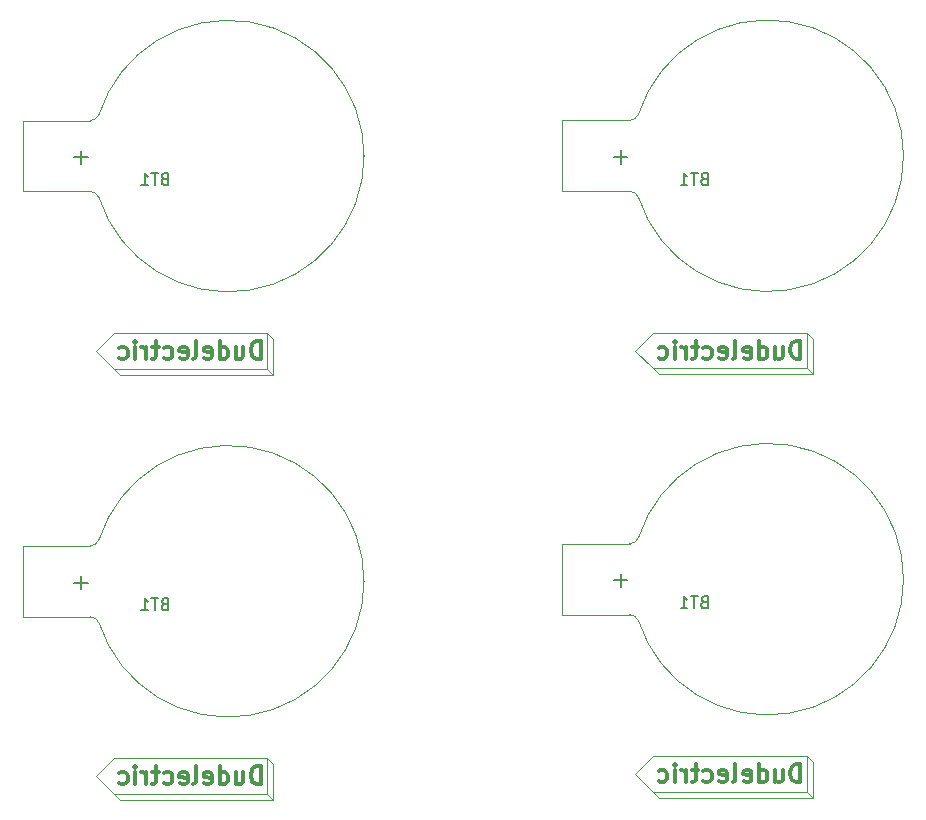
<source format=gbr>
G04 #@! TF.GenerationSoftware,KiCad,Pcbnew,(5.1.9)-1*
G04 #@! TF.CreationDate,2021-06-20T07:06:55+07:00*
G04 #@! TF.ProjectId,tally,74616c6c-792e-46b6-9963-61645f706362,rev?*
G04 #@! TF.SameCoordinates,Original*
G04 #@! TF.FileFunction,Legend,Bot*
G04 #@! TF.FilePolarity,Positive*
%FSLAX46Y46*%
G04 Gerber Fmt 4.6, Leading zero omitted, Abs format (unit mm)*
G04 Created by KiCad (PCBNEW (5.1.9)-1) date 2021-06-20 07:06:55*
%MOMM*%
%LPD*%
G01*
G04 APERTURE LIST*
%ADD10C,0.120000*%
%ADD11C,0.300000*%
%ADD12C,0.150000*%
G04 APERTURE END LIST*
D10*
X187325000Y-91025000D02*
X174825000Y-91025000D01*
X173325000Y-92525000D02*
X174825000Y-94025000D01*
X188325000Y-94525000D02*
X187825000Y-94025000D01*
X187825000Y-91025000D02*
X188325000Y-91525000D01*
X175325000Y-94525000D02*
X174825000Y-94025000D01*
X188325000Y-91525000D02*
X188325000Y-94525000D01*
X187325000Y-94025000D02*
X187825000Y-94025000D01*
X187825000Y-91025000D02*
X187325000Y-91025000D01*
X174825000Y-91025000D02*
X173325000Y-92525000D01*
X188325000Y-94525000D02*
X175325000Y-94525000D01*
X187825000Y-94025000D02*
X187825000Y-91025000D01*
X174825000Y-94025000D02*
X187325000Y-94025000D01*
D11*
X187289285Y-93203571D02*
X187289285Y-91703571D01*
X186932142Y-91703571D01*
X186717857Y-91775000D01*
X186575000Y-91917857D01*
X186503571Y-92060714D01*
X186432142Y-92346428D01*
X186432142Y-92560714D01*
X186503571Y-92846428D01*
X186575000Y-92989285D01*
X186717857Y-93132142D01*
X186932142Y-93203571D01*
X187289285Y-93203571D01*
X185146428Y-92203571D02*
X185146428Y-93203571D01*
X185789285Y-92203571D02*
X185789285Y-92989285D01*
X185717857Y-93132142D01*
X185575000Y-93203571D01*
X185360714Y-93203571D01*
X185217857Y-93132142D01*
X185146428Y-93060714D01*
X183789285Y-93203571D02*
X183789285Y-91703571D01*
X183789285Y-93132142D02*
X183932142Y-93203571D01*
X184217857Y-93203571D01*
X184360714Y-93132142D01*
X184432142Y-93060714D01*
X184503571Y-92917857D01*
X184503571Y-92489285D01*
X184432142Y-92346428D01*
X184360714Y-92275000D01*
X184217857Y-92203571D01*
X183932142Y-92203571D01*
X183789285Y-92275000D01*
X182503571Y-93132142D02*
X182646428Y-93203571D01*
X182932142Y-93203571D01*
X183075000Y-93132142D01*
X183146428Y-92989285D01*
X183146428Y-92417857D01*
X183075000Y-92275000D01*
X182932142Y-92203571D01*
X182646428Y-92203571D01*
X182503571Y-92275000D01*
X182432142Y-92417857D01*
X182432142Y-92560714D01*
X183146428Y-92703571D01*
X181575000Y-93203571D02*
X181717857Y-93132142D01*
X181789285Y-92989285D01*
X181789285Y-91703571D01*
X180432142Y-93132142D02*
X180575000Y-93203571D01*
X180860714Y-93203571D01*
X181003571Y-93132142D01*
X181075000Y-92989285D01*
X181075000Y-92417857D01*
X181003571Y-92275000D01*
X180860714Y-92203571D01*
X180575000Y-92203571D01*
X180432142Y-92275000D01*
X180360714Y-92417857D01*
X180360714Y-92560714D01*
X181075000Y-92703571D01*
X179075000Y-93132142D02*
X179217857Y-93203571D01*
X179503571Y-93203571D01*
X179646428Y-93132142D01*
X179717857Y-93060714D01*
X179789285Y-92917857D01*
X179789285Y-92489285D01*
X179717857Y-92346428D01*
X179646428Y-92275000D01*
X179503571Y-92203571D01*
X179217857Y-92203571D01*
X179075000Y-92275000D01*
X178646428Y-92203571D02*
X178075000Y-92203571D01*
X178432142Y-91703571D02*
X178432142Y-92989285D01*
X178360714Y-93132142D01*
X178217857Y-93203571D01*
X178075000Y-93203571D01*
X177575000Y-93203571D02*
X177575000Y-92203571D01*
X177575000Y-92489285D02*
X177503571Y-92346428D01*
X177432142Y-92275000D01*
X177289285Y-92203571D01*
X177146428Y-92203571D01*
X176646428Y-93203571D02*
X176646428Y-92203571D01*
X176646428Y-91703571D02*
X176717857Y-91775000D01*
X176646428Y-91846428D01*
X176575000Y-91775000D01*
X176646428Y-91703571D01*
X176646428Y-91846428D01*
X175289285Y-93132142D02*
X175432142Y-93203571D01*
X175717857Y-93203571D01*
X175860714Y-93132142D01*
X175932142Y-93060714D01*
X176003571Y-92917857D01*
X176003571Y-92489285D01*
X175932142Y-92346428D01*
X175860714Y-92275000D01*
X175717857Y-92203571D01*
X175432142Y-92203571D01*
X175289285Y-92275000D01*
D10*
X187325000Y-55025000D02*
X174825000Y-55025000D01*
X173325000Y-56525000D02*
X174825000Y-58025000D01*
X188325000Y-58525000D02*
X187825000Y-58025000D01*
X187825000Y-55025000D02*
X188325000Y-55525000D01*
X175325000Y-58525000D02*
X174825000Y-58025000D01*
X188325000Y-55525000D02*
X188325000Y-58525000D01*
X187325000Y-58025000D02*
X187825000Y-58025000D01*
X187825000Y-55025000D02*
X187325000Y-55025000D01*
X174825000Y-55025000D02*
X173325000Y-56525000D01*
X188325000Y-58525000D02*
X175325000Y-58525000D01*
X187825000Y-58025000D02*
X187825000Y-55025000D01*
X174825000Y-58025000D02*
X187325000Y-58025000D01*
D11*
X187289285Y-57203571D02*
X187289285Y-55703571D01*
X186932142Y-55703571D01*
X186717857Y-55775000D01*
X186575000Y-55917857D01*
X186503571Y-56060714D01*
X186432142Y-56346428D01*
X186432142Y-56560714D01*
X186503571Y-56846428D01*
X186575000Y-56989285D01*
X186717857Y-57132142D01*
X186932142Y-57203571D01*
X187289285Y-57203571D01*
X185146428Y-56203571D02*
X185146428Y-57203571D01*
X185789285Y-56203571D02*
X185789285Y-56989285D01*
X185717857Y-57132142D01*
X185575000Y-57203571D01*
X185360714Y-57203571D01*
X185217857Y-57132142D01*
X185146428Y-57060714D01*
X183789285Y-57203571D02*
X183789285Y-55703571D01*
X183789285Y-57132142D02*
X183932142Y-57203571D01*
X184217857Y-57203571D01*
X184360714Y-57132142D01*
X184432142Y-57060714D01*
X184503571Y-56917857D01*
X184503571Y-56489285D01*
X184432142Y-56346428D01*
X184360714Y-56275000D01*
X184217857Y-56203571D01*
X183932142Y-56203571D01*
X183789285Y-56275000D01*
X182503571Y-57132142D02*
X182646428Y-57203571D01*
X182932142Y-57203571D01*
X183075000Y-57132142D01*
X183146428Y-56989285D01*
X183146428Y-56417857D01*
X183075000Y-56275000D01*
X182932142Y-56203571D01*
X182646428Y-56203571D01*
X182503571Y-56275000D01*
X182432142Y-56417857D01*
X182432142Y-56560714D01*
X183146428Y-56703571D01*
X181575000Y-57203571D02*
X181717857Y-57132142D01*
X181789285Y-56989285D01*
X181789285Y-55703571D01*
X180432142Y-57132142D02*
X180575000Y-57203571D01*
X180860714Y-57203571D01*
X181003571Y-57132142D01*
X181075000Y-56989285D01*
X181075000Y-56417857D01*
X181003571Y-56275000D01*
X180860714Y-56203571D01*
X180575000Y-56203571D01*
X180432142Y-56275000D01*
X180360714Y-56417857D01*
X180360714Y-56560714D01*
X181075000Y-56703571D01*
X179075000Y-57132142D02*
X179217857Y-57203571D01*
X179503571Y-57203571D01*
X179646428Y-57132142D01*
X179717857Y-57060714D01*
X179789285Y-56917857D01*
X179789285Y-56489285D01*
X179717857Y-56346428D01*
X179646428Y-56275000D01*
X179503571Y-56203571D01*
X179217857Y-56203571D01*
X179075000Y-56275000D01*
X178646428Y-56203571D02*
X178075000Y-56203571D01*
X178432142Y-55703571D02*
X178432142Y-56989285D01*
X178360714Y-57132142D01*
X178217857Y-57203571D01*
X178075000Y-57203571D01*
X177575000Y-57203571D02*
X177575000Y-56203571D01*
X177575000Y-56489285D02*
X177503571Y-56346428D01*
X177432142Y-56275000D01*
X177289285Y-56203571D01*
X177146428Y-56203571D01*
X176646428Y-57203571D02*
X176646428Y-56203571D01*
X176646428Y-55703571D02*
X176717857Y-55775000D01*
X176646428Y-55846428D01*
X176575000Y-55775000D01*
X176646428Y-55703571D01*
X176646428Y-55846428D01*
X175289285Y-57132142D02*
X175432142Y-57203571D01*
X175717857Y-57203571D01*
X175860714Y-57132142D01*
X175932142Y-57060714D01*
X176003571Y-56917857D01*
X176003571Y-56489285D01*
X175932142Y-56346428D01*
X175860714Y-56275000D01*
X175717857Y-56203571D01*
X175432142Y-56203571D01*
X175289285Y-56275000D01*
D10*
X233000000Y-90850000D02*
X220500000Y-90850000D01*
X219000000Y-92350000D02*
X220500000Y-93850000D01*
X234000000Y-94350000D02*
X233500000Y-93850000D01*
X233500000Y-90850000D02*
X234000000Y-91350000D01*
X221000000Y-94350000D02*
X220500000Y-93850000D01*
X234000000Y-91350000D02*
X234000000Y-94350000D01*
X233000000Y-93850000D02*
X233500000Y-93850000D01*
X233500000Y-90850000D02*
X233000000Y-90850000D01*
X220500000Y-90850000D02*
X219000000Y-92350000D01*
X234000000Y-94350000D02*
X221000000Y-94350000D01*
X233500000Y-93850000D02*
X233500000Y-90850000D01*
X220500000Y-93850000D02*
X233000000Y-93850000D01*
D11*
X232964285Y-93028571D02*
X232964285Y-91528571D01*
X232607142Y-91528571D01*
X232392857Y-91600000D01*
X232250000Y-91742857D01*
X232178571Y-91885714D01*
X232107142Y-92171428D01*
X232107142Y-92385714D01*
X232178571Y-92671428D01*
X232250000Y-92814285D01*
X232392857Y-92957142D01*
X232607142Y-93028571D01*
X232964285Y-93028571D01*
X230821428Y-92028571D02*
X230821428Y-93028571D01*
X231464285Y-92028571D02*
X231464285Y-92814285D01*
X231392857Y-92957142D01*
X231250000Y-93028571D01*
X231035714Y-93028571D01*
X230892857Y-92957142D01*
X230821428Y-92885714D01*
X229464285Y-93028571D02*
X229464285Y-91528571D01*
X229464285Y-92957142D02*
X229607142Y-93028571D01*
X229892857Y-93028571D01*
X230035714Y-92957142D01*
X230107142Y-92885714D01*
X230178571Y-92742857D01*
X230178571Y-92314285D01*
X230107142Y-92171428D01*
X230035714Y-92100000D01*
X229892857Y-92028571D01*
X229607142Y-92028571D01*
X229464285Y-92100000D01*
X228178571Y-92957142D02*
X228321428Y-93028571D01*
X228607142Y-93028571D01*
X228750000Y-92957142D01*
X228821428Y-92814285D01*
X228821428Y-92242857D01*
X228750000Y-92100000D01*
X228607142Y-92028571D01*
X228321428Y-92028571D01*
X228178571Y-92100000D01*
X228107142Y-92242857D01*
X228107142Y-92385714D01*
X228821428Y-92528571D01*
X227250000Y-93028571D02*
X227392857Y-92957142D01*
X227464285Y-92814285D01*
X227464285Y-91528571D01*
X226107142Y-92957142D02*
X226250000Y-93028571D01*
X226535714Y-93028571D01*
X226678571Y-92957142D01*
X226750000Y-92814285D01*
X226750000Y-92242857D01*
X226678571Y-92100000D01*
X226535714Y-92028571D01*
X226250000Y-92028571D01*
X226107142Y-92100000D01*
X226035714Y-92242857D01*
X226035714Y-92385714D01*
X226750000Y-92528571D01*
X224750000Y-92957142D02*
X224892857Y-93028571D01*
X225178571Y-93028571D01*
X225321428Y-92957142D01*
X225392857Y-92885714D01*
X225464285Y-92742857D01*
X225464285Y-92314285D01*
X225392857Y-92171428D01*
X225321428Y-92100000D01*
X225178571Y-92028571D01*
X224892857Y-92028571D01*
X224750000Y-92100000D01*
X224321428Y-92028571D02*
X223750000Y-92028571D01*
X224107142Y-91528571D02*
X224107142Y-92814285D01*
X224035714Y-92957142D01*
X223892857Y-93028571D01*
X223750000Y-93028571D01*
X223250000Y-93028571D02*
X223250000Y-92028571D01*
X223250000Y-92314285D02*
X223178571Y-92171428D01*
X223107142Y-92100000D01*
X222964285Y-92028571D01*
X222821428Y-92028571D01*
X222321428Y-93028571D02*
X222321428Y-92028571D01*
X222321428Y-91528571D02*
X222392857Y-91600000D01*
X222321428Y-91671428D01*
X222250000Y-91600000D01*
X222321428Y-91528571D01*
X222321428Y-91671428D01*
X220964285Y-92957142D02*
X221107142Y-93028571D01*
X221392857Y-93028571D01*
X221535714Y-92957142D01*
X221607142Y-92885714D01*
X221678571Y-92742857D01*
X221678571Y-92314285D01*
X221607142Y-92171428D01*
X221535714Y-92100000D01*
X221392857Y-92028571D01*
X221107142Y-92028571D01*
X220964285Y-92100000D01*
D10*
X221000000Y-58500000D02*
X220500000Y-58000000D01*
X234000000Y-58500000D02*
X221000000Y-58500000D01*
X234000000Y-58500000D02*
X233500000Y-58000000D01*
X234000000Y-55500000D02*
X234000000Y-58500000D01*
X233500000Y-55000000D02*
X234000000Y-55500000D01*
X233500000Y-55000000D02*
X233000000Y-55000000D01*
X233500000Y-58000000D02*
X233500000Y-55000000D01*
X233000000Y-58000000D02*
X233500000Y-58000000D01*
X220500000Y-58000000D02*
X233000000Y-58000000D01*
X219000000Y-56500000D02*
X220500000Y-58000000D01*
X220500000Y-55000000D02*
X219000000Y-56500000D01*
X233000000Y-55000000D02*
X220500000Y-55000000D01*
D11*
X232964285Y-57178571D02*
X232964285Y-55678571D01*
X232607142Y-55678571D01*
X232392857Y-55750000D01*
X232250000Y-55892857D01*
X232178571Y-56035714D01*
X232107142Y-56321428D01*
X232107142Y-56535714D01*
X232178571Y-56821428D01*
X232250000Y-56964285D01*
X232392857Y-57107142D01*
X232607142Y-57178571D01*
X232964285Y-57178571D01*
X230821428Y-56178571D02*
X230821428Y-57178571D01*
X231464285Y-56178571D02*
X231464285Y-56964285D01*
X231392857Y-57107142D01*
X231250000Y-57178571D01*
X231035714Y-57178571D01*
X230892857Y-57107142D01*
X230821428Y-57035714D01*
X229464285Y-57178571D02*
X229464285Y-55678571D01*
X229464285Y-57107142D02*
X229607142Y-57178571D01*
X229892857Y-57178571D01*
X230035714Y-57107142D01*
X230107142Y-57035714D01*
X230178571Y-56892857D01*
X230178571Y-56464285D01*
X230107142Y-56321428D01*
X230035714Y-56250000D01*
X229892857Y-56178571D01*
X229607142Y-56178571D01*
X229464285Y-56250000D01*
X228178571Y-57107142D02*
X228321428Y-57178571D01*
X228607142Y-57178571D01*
X228750000Y-57107142D01*
X228821428Y-56964285D01*
X228821428Y-56392857D01*
X228750000Y-56250000D01*
X228607142Y-56178571D01*
X228321428Y-56178571D01*
X228178571Y-56250000D01*
X228107142Y-56392857D01*
X228107142Y-56535714D01*
X228821428Y-56678571D01*
X227250000Y-57178571D02*
X227392857Y-57107142D01*
X227464285Y-56964285D01*
X227464285Y-55678571D01*
X226107142Y-57107142D02*
X226250000Y-57178571D01*
X226535714Y-57178571D01*
X226678571Y-57107142D01*
X226750000Y-56964285D01*
X226750000Y-56392857D01*
X226678571Y-56250000D01*
X226535714Y-56178571D01*
X226250000Y-56178571D01*
X226107142Y-56250000D01*
X226035714Y-56392857D01*
X226035714Y-56535714D01*
X226750000Y-56678571D01*
X224750000Y-57107142D02*
X224892857Y-57178571D01*
X225178571Y-57178571D01*
X225321428Y-57107142D01*
X225392857Y-57035714D01*
X225464285Y-56892857D01*
X225464285Y-56464285D01*
X225392857Y-56321428D01*
X225321428Y-56250000D01*
X225178571Y-56178571D01*
X224892857Y-56178571D01*
X224750000Y-56250000D01*
X224321428Y-56178571D02*
X223750000Y-56178571D01*
X224107142Y-55678571D02*
X224107142Y-56964285D01*
X224035714Y-57107142D01*
X223892857Y-57178571D01*
X223750000Y-57178571D01*
X223250000Y-57178571D02*
X223250000Y-56178571D01*
X223250000Y-56464285D02*
X223178571Y-56321428D01*
X223107142Y-56250000D01*
X222964285Y-56178571D01*
X222821428Y-56178571D01*
X222321428Y-57178571D02*
X222321428Y-56178571D01*
X222321428Y-55678571D02*
X222392857Y-55750000D01*
X222321428Y-55821428D01*
X222250000Y-55750000D01*
X222321428Y-55678571D01*
X222321428Y-55821428D01*
X220964285Y-57107142D02*
X221107142Y-57178571D01*
X221392857Y-57178571D01*
X221535714Y-57107142D01*
X221607142Y-57035714D01*
X221678571Y-56892857D01*
X221678571Y-56464285D01*
X221607142Y-56321428D01*
X221535714Y-56250000D01*
X221392857Y-56178571D01*
X221107142Y-56178571D01*
X220964285Y-56250000D01*
D10*
X167125000Y-79025000D02*
X172825000Y-79025000D01*
X167125000Y-73025000D02*
X167125000Y-79025000D01*
X167125000Y-73025000D02*
X172825000Y-73025000D01*
X173576754Y-79551384D02*
G75*
G03*
X172825000Y-79025000I-751754J-273616D01*
G01*
X196020671Y-75979719D02*
G75*
G02*
X173575000Y-79525000I-11495671J-45281D01*
G01*
X173576754Y-72498616D02*
G75*
G02*
X172825000Y-73025000I-751754J273616D01*
G01*
X196020671Y-76070281D02*
G75*
G03*
X173575000Y-72525000I-11495671J45281D01*
G01*
X167125000Y-43025000D02*
X172825000Y-43025000D01*
X167125000Y-37025000D02*
X167125000Y-43025000D01*
X167125000Y-37025000D02*
X172825000Y-37025000D01*
X173576754Y-43551384D02*
G75*
G03*
X172825000Y-43025000I-751754J-273616D01*
G01*
X196020671Y-39979719D02*
G75*
G02*
X173575000Y-43525000I-11495671J-45281D01*
G01*
X173576754Y-36498616D02*
G75*
G02*
X172825000Y-37025000I-751754J273616D01*
G01*
X196020671Y-40070281D02*
G75*
G03*
X173575000Y-36525000I-11495671J45281D01*
G01*
X212800000Y-78850000D02*
X218500000Y-78850000D01*
X212800000Y-72850000D02*
X212800000Y-78850000D01*
X212800000Y-72850000D02*
X218500000Y-72850000D01*
X219251754Y-79376384D02*
G75*
G03*
X218500000Y-78850000I-751754J-273616D01*
G01*
X241695671Y-75804719D02*
G75*
G02*
X219250000Y-79350000I-11495671J-45281D01*
G01*
X219251754Y-72323616D02*
G75*
G02*
X218500000Y-72850000I-751754J273616D01*
G01*
X241695671Y-75895281D02*
G75*
G03*
X219250000Y-72350000I-11495671J45281D01*
G01*
X212800000Y-43000000D02*
X218500000Y-43000000D01*
X212800000Y-37000000D02*
X212800000Y-43000000D01*
X212800000Y-37000000D02*
X218500000Y-37000000D01*
X241695671Y-40045281D02*
G75*
G03*
X219250000Y-36500000I-11495671J45281D01*
G01*
X219251754Y-36473616D02*
G75*
G02*
X218500000Y-37000000I-751754J273616D01*
G01*
X241695671Y-39954719D02*
G75*
G02*
X219250000Y-43500000I-11495671J-45281D01*
G01*
X219251754Y-43526384D02*
G75*
G03*
X218500000Y-43000000I-751754J-273616D01*
G01*
D12*
X179110714Y-77953571D02*
X178967857Y-78001190D01*
X178920238Y-78048809D01*
X178872619Y-78144047D01*
X178872619Y-78286904D01*
X178920238Y-78382142D01*
X178967857Y-78429761D01*
X179063095Y-78477380D01*
X179444047Y-78477380D01*
X179444047Y-77477380D01*
X179110714Y-77477380D01*
X179015476Y-77525000D01*
X178967857Y-77572619D01*
X178920238Y-77667857D01*
X178920238Y-77763095D01*
X178967857Y-77858333D01*
X179015476Y-77905952D01*
X179110714Y-77953571D01*
X179444047Y-77953571D01*
X178586904Y-77477380D02*
X178015476Y-77477380D01*
X178301190Y-78477380D02*
X178301190Y-77477380D01*
X177158333Y-78477380D02*
X177729761Y-78477380D01*
X177444047Y-78477380D02*
X177444047Y-77477380D01*
X177539285Y-77620238D01*
X177634523Y-77715476D01*
X177729761Y-77763095D01*
X172646428Y-76132142D02*
X171503571Y-76132142D01*
X172075000Y-76703571D02*
X172075000Y-75560714D01*
X179110714Y-41953571D02*
X178967857Y-42001190D01*
X178920238Y-42048809D01*
X178872619Y-42144047D01*
X178872619Y-42286904D01*
X178920238Y-42382142D01*
X178967857Y-42429761D01*
X179063095Y-42477380D01*
X179444047Y-42477380D01*
X179444047Y-41477380D01*
X179110714Y-41477380D01*
X179015476Y-41525000D01*
X178967857Y-41572619D01*
X178920238Y-41667857D01*
X178920238Y-41763095D01*
X178967857Y-41858333D01*
X179015476Y-41905952D01*
X179110714Y-41953571D01*
X179444047Y-41953571D01*
X178586904Y-41477380D02*
X178015476Y-41477380D01*
X178301190Y-42477380D02*
X178301190Y-41477380D01*
X177158333Y-42477380D02*
X177729761Y-42477380D01*
X177444047Y-42477380D02*
X177444047Y-41477380D01*
X177539285Y-41620238D01*
X177634523Y-41715476D01*
X177729761Y-41763095D01*
X172646428Y-40132142D02*
X171503571Y-40132142D01*
X172075000Y-40703571D02*
X172075000Y-39560714D01*
X224785714Y-77778571D02*
X224642857Y-77826190D01*
X224595238Y-77873809D01*
X224547619Y-77969047D01*
X224547619Y-78111904D01*
X224595238Y-78207142D01*
X224642857Y-78254761D01*
X224738095Y-78302380D01*
X225119047Y-78302380D01*
X225119047Y-77302380D01*
X224785714Y-77302380D01*
X224690476Y-77350000D01*
X224642857Y-77397619D01*
X224595238Y-77492857D01*
X224595238Y-77588095D01*
X224642857Y-77683333D01*
X224690476Y-77730952D01*
X224785714Y-77778571D01*
X225119047Y-77778571D01*
X224261904Y-77302380D02*
X223690476Y-77302380D01*
X223976190Y-78302380D02*
X223976190Y-77302380D01*
X222833333Y-78302380D02*
X223404761Y-78302380D01*
X223119047Y-78302380D02*
X223119047Y-77302380D01*
X223214285Y-77445238D01*
X223309523Y-77540476D01*
X223404761Y-77588095D01*
X218321428Y-75957142D02*
X217178571Y-75957142D01*
X217750000Y-76528571D02*
X217750000Y-75385714D01*
X224785714Y-41928571D02*
X224642857Y-41976190D01*
X224595238Y-42023809D01*
X224547619Y-42119047D01*
X224547619Y-42261904D01*
X224595238Y-42357142D01*
X224642857Y-42404761D01*
X224738095Y-42452380D01*
X225119047Y-42452380D01*
X225119047Y-41452380D01*
X224785714Y-41452380D01*
X224690476Y-41500000D01*
X224642857Y-41547619D01*
X224595238Y-41642857D01*
X224595238Y-41738095D01*
X224642857Y-41833333D01*
X224690476Y-41880952D01*
X224785714Y-41928571D01*
X225119047Y-41928571D01*
X224261904Y-41452380D02*
X223690476Y-41452380D01*
X223976190Y-42452380D02*
X223976190Y-41452380D01*
X222833333Y-42452380D02*
X223404761Y-42452380D01*
X223119047Y-42452380D02*
X223119047Y-41452380D01*
X223214285Y-41595238D01*
X223309523Y-41690476D01*
X223404761Y-41738095D01*
X218321428Y-40107142D02*
X217178571Y-40107142D01*
X217750000Y-40678571D02*
X217750000Y-39535714D01*
M02*

</source>
